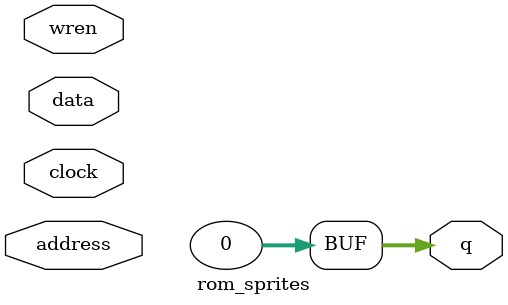
<source format=v>
module rom_sprites(	// file.cleaned.mlir:2:3
  input  [18:0] address,	// file.cleaned.mlir:2:29
  input         clock,	// file.cleaned.mlir:2:48
  input  [31:0] data,	// file.cleaned.mlir:2:64
  input         wren,	// file.cleaned.mlir:2:80
  output [31:0] q	// file.cleaned.mlir:2:96
);

  assign q = 32'h0;	// file.cleaned.mlir:3:15, :4:5
endmodule


</source>
